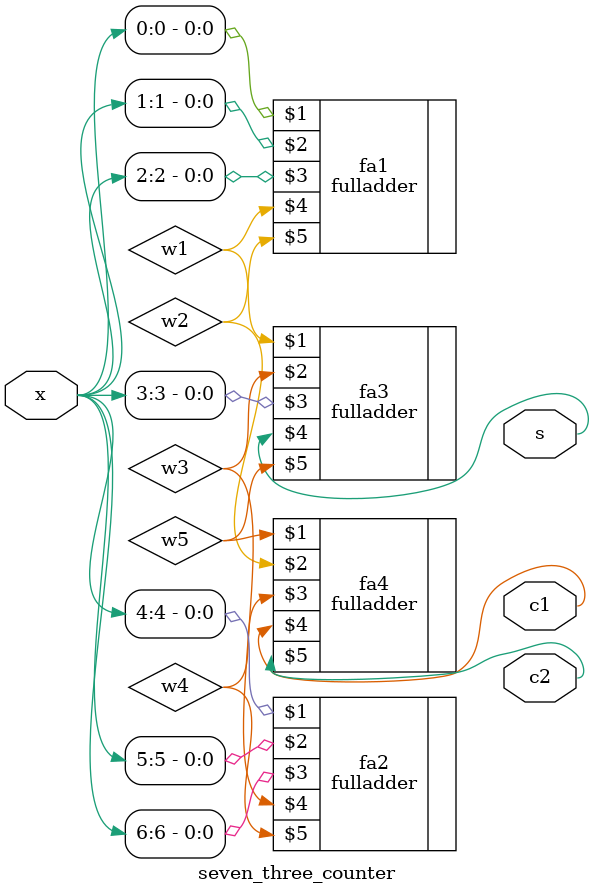
<source format=v>
`timescale 1ns / 1ps
module seven_three_counter(
    input [6:0]x,
    output s,c1,c2
    );
wire w1,w2,w3,w4,w5;
fulladder fa1(x[0],x[1],x[2],w1,w2);
fulladder fa2(x[4],x[5],x[6],w3,w4);
fulladder fa3(w1,w3,x[3],s,w5);
fulladder fa4(w5,w2,w4,c1,c2);

endmodule

</source>
